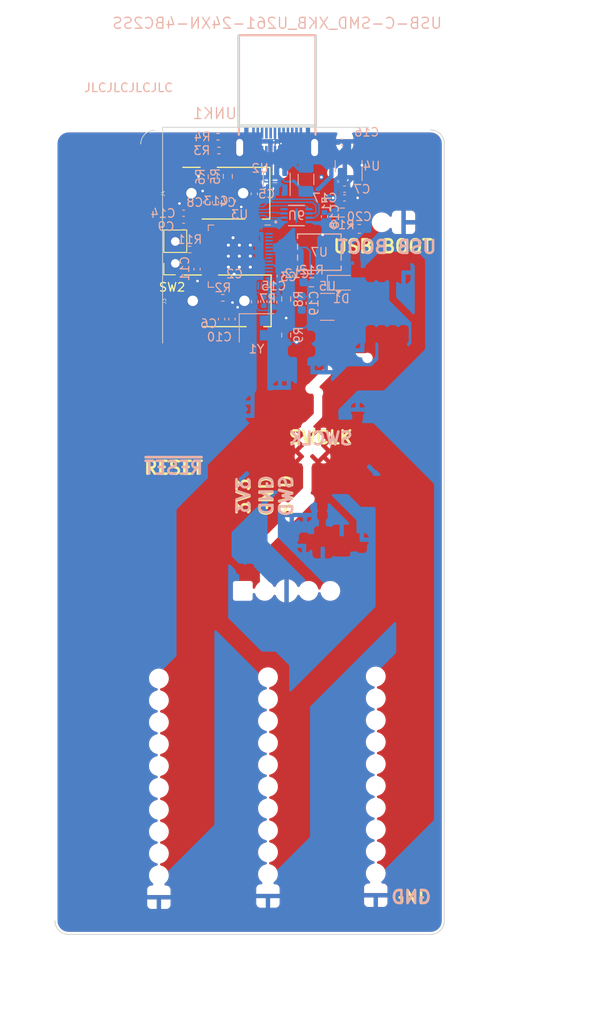
<source format=kicad_pcb>
(kicad_pcb (version 20240108) (generator "pcbnew") (generator_version "8.0")
  (layers (0 "F.Cu" signal) (31 "B.Cu" signal) (34 "B.Paste" user) (35 "F.Paste" user) (36 "B.SilkS" user "B.Silkscreen") (37 "F.SilkS" user "F.Silkscreen") (38 "B.Mask" user) (39 "F.Mask" user) (44 "Edge.Cuts" user))
  (net 0 "")
  (net 1 "+3V3")
  (net 2 "GND")
  (net 3 "XTAL_IN")
  (net 4 "/XTAL_O")
  (net 5 "+1V1")
  (net 6 "+5V")
  (net 7 "VBUS")
  (net 8 "/CC1")
  (net 9 "D_USB_P")
  (net 10 "D_USB_N")
  (net 11 "/CC2")
  (net 12 "~{RESET}")
  (net 13 "SWD")
  (net 14 "SWCLK")
  (net 15 "Net-(D1-K)")
  (net 16 "Net-(D1-A)")
  (net 17 "Net-(J3-Pad2)")
  (net 18 "Net-(J3-Pad3)")
  (net 19 "Net-(J4-Pad3)")
  (net 20 "/MIDI_1_BUF_OUT")
  (net 21 "/MIDI_1_IN")
  (net 24 "/MIDI_1_OUT")
  (net 35 "/~{USB_BOOT}")
  (net 36 "CS")
  (net 37 "D_P")
  (net 38 "/D_+")
  (net 39 "D_N")
  (net 40 "/D_-")
  (net 41 "XTAL_OUT")
  (net 42 "SD1")
  (net 43 "SD2")
  (net 44 "SD0")
  (net 45 "QSPI_CLK")
  (net 46 "SD3")
  (footprint "poma:3.5mm_stereo_jack_PJ320B" (layer "F.Cu") (at 187.45 50.25 90)
    (property "Reference" "J3")
    (property "Value" "PJ-320B" (hide yes))
  )
  (footprint "Connector_PinSocket_2.54mm:PinSocket_1x02_P2.54mm_Vertical" (layer "F.Cu") (at 185.425 45.9 180)
    (property "Reference" "SW2")
    (property "Value" "SW_Push")
  )
  (footprint "poma:3.5mm_stereo_jack_PJ320B" (layer "F.Cu") (at 187.3 37.75 90)
    (property "Reference" "J4")
    (property "Value" "PJ-320B" (hide yes))
  )
  (footprint "poma:W25Q16JVUXIQ" (layer "B.Cu") (at 199.4978 40.35)
    (property "Reference" "U6")
    (property "Value" "W25Q16JVUXIQ TR")
  )
  (footprint "Capacitor_SMD:C_0603_1608Metric_Pad1.08x0.95mm_HandSolder" (layer "B.Cu") (at 206.7875 41.9 180)
    (property "Reference" "C20")
    (property "Value" "0.1uF")
  )
  (footprint "Capacitor_SMD:C_0402_1005Metric" (layer "B.Cu") (at 202.75 40.47 90)
    (property "Reference" "C18")
    (property "Value" "100nF")
  )
  (footprint "Capacitor_SMD:C_0402_1005Metric" (layer "B.Cu") (at 190.09675 38.823518 90)
    (property "Reference" "C4")
    (property "Value" "1uF")
  )
  (footprint "Package_TO_SOT_SMD:SOT-23" (layer "B.Cu") (at 205.55 34.6125 90)
    (property "Reference" "U4")
    (property "Value" "XC6206PxxxMR-Regulator_Linear" (hide yes))
  )
  (footprint "Resistor_SMD:R_0603_1608Metric" (layer "B.Cu") (at 189.7685 35.84975 -90)
    (property "Reference" "R6")
    (property "Value" "27R")
  )
  (footprint "Resistor_SMD:R_0402_1005Metric" (layer "B.Cu") (at 190.39 31.2)
    (property "Reference" "R4")
    (property "Value" "5k1" (hide yes))
  )
  (footprint "Capacitor_SMD:C_0402_1005Metric" (layer "B.Cu") (at 187.95 46.57 -90)
    (property "Reference" "C11")
    (property "Value" "100nF")
  )
  (footprint "Resistor_SMD:R_0603_1608Metric_Pad0.98x0.95mm_HandSolder" (layer "B.Cu") (at 201.2375 48.1 180)
    (property "Reference" "R12")
    (property "Value" "470")
  )
  (footprint "Capacitor_SMD:C_0402_1005Metric" (layer "B.Cu") (at 189.08075 38.823518 90)
    (property "Reference" "C8")
    (property "Value" "1uF")
  )
  (footprint "Capacitor_SMD:C_0402_1005Metric" (layer "B.Cu") (at 205.07425 38.298375 180)
    (property "Reference" "C17")
    (property "Value" "1uF")
  )
  (footprint "Resistor_SMD:R_0603_1608Metric_Pad0.98x0.95mm_HandSolder" (layer "B.Cu") (at 204.8125 40)
    (property "Reference" "R10")
    (property "Value" "220")
  )
  (footprint "Capacitor_SMD:C_0402_1005Metric" (layer "B.Cu") (at 192.05 38.63 90)
    (property "Reference" "C13")
    (property "Value" "100nF")
  )
  (footprint "Package_TO_SOT_SMD:SOT-23-5" (layer "B.Cu") (at 203.0875 50.95 180)
    (property "Reference" "U5")
    (property "Value" "SN74LVC1G07DBVR")
  )
  (footprint "Capacitor_SMD:C_0402_1005Metric" (layer "B.Cu") (at 204.788 31.8185)
    (property "Reference" "C16")
    (property "Value" "1uF")
  )
  (footprint "Capacitor_SMD:C_0402_1005Metric" (layer "B.Cu") (at 192 52.37 -90)
    (property "Reference" "C10")
    (property "Value" "100nF")
  )
  (footprint "Capacitor_SMD:C_0402_1005Metric" (layer "B.Cu") (at 198.7 47.37 -90)
    (property "Reference" "C15")
    (property "Value" "100nF")
  )
  (footprint "Package_TO_SOT_SMD:SOT-23-6" (layer "B.Cu") (at 197.2 36.2375 90)
    (property "Reference" "U2")
    (property "Value" "USBLC6-2SC6")
  )
  (footprint "Capacitor_SMD:C_0402_1005Metric" (layer "B.Cu") (at 190.8 52.37 -90)
    (property "Reference" "C6")
    (property "Value" "100nF")
  )
  (footprint "Resistor_SMD:R_0603_1608Metric" (layer "B.Cu") (at 198.3 54.225 90)
    (property "Reference" "R9")
    (property "Value" "220")
  )
  (footprint "Diode_SMD:D_SOD-323" (layer "B.Cu") (at 204.7 48.15)
    (property "Reference" "D1")
    (property "Value" "1N4148WS")
  )
  (footprint "Fuse:Fuse_1206_3216Metric" (layer "B.Cu") (at 200.6 36.15 -90)
    (property "Reference" "F1")
    (property "Value" "500mA")
  )
  (footprint "Capacitor_SMD:C_0402_1005Metric" (layer "B.Cu") (at 194.6 37.83 90)
    (property "Reference" "C5")
    (property "Value" "100nF")
  )
  (footprint "Resistor_SMD:R_0402_1005Metric" (layer "B.Cu") (at 187.09 44.3 180)
    (property "Reference" "R11")
    (property "Value" "1k")
  )
  (footprint "Resistor_SMD:R_0402_1005Metric" (layer "B.Cu") (at 190.49 32.8)
    (property "Reference" "R3")
    (property "Value" "5k1" (hide yes))
  )
  (footprint "Capacitor_SMD:C_0402_1005Metric" (layer "B.Cu") (at 195.7 50.33 90)
    (property "Reference" "C2")
    (property "Value" "22pF")
  )
  (footprint "Capacitor_SMD:C_0402_1005Metric" (layer "B.Cu") (at 186.3855 41.60175 180)
    (property "Reference" "C9")
    (property "Value" "100nF")
  )
  (footprint "poma:tlp2362" (layer "B.Cu") (at 202.15 44.6 180)
    (property "Reference" "U7")
    (property "Value" "TLP2362TPR_E")
  )
  (footprint "Capacitor_SMD:C_0603_1608Metric" (layer "B.Cu") (at 200.1 50.525 90)
    (property "Reference" "C19")
    (property "Value" "0.1uF")
  )
  (footprint "Capacitor_SMD:C_0402_1005Metric" (layer "B.Cu") (at 205.07425 37.282375)
    (property "Reference" "C7")
    (property "Value" "10uF")
  )
  (footprint "Capacitor_SMD:C_0402_1005Metric" (layer "B.Cu") (at 196.85 50.42 -90)
    (property "Reference" "C3")
    (property "Value" "22pF")
  )
  (footprint "Resistor_SMD:R_0603_1608Metric" (layer "B.Cu") (at 191.5185 35.79975 -90)
    (property "Reference" "R5")
    (property "Value" "27R")
  )
  (footprint "Sleep-Lib:RP2040-QFN-56" (layer "B.Cu") (at 192.8625 45.0625 180)
    (property "Reference" "U3")
    (property "Value" "RP2040")
  )
  (footprint "Resistor_SMD:R_0603_1608Metric_Pad0.98x0.95mm_HandSolder" (layer "B.Cu") (at 198.3 50.0375 90)
    (property "Reference" "R8")
    (property "Value" "220")
  )
  (footprint "Crystal:Crystal_SMD_3225-4Pin_3.2x2.5mm" (layer "B.Cu") (at 194.85 53.4)
    (property "Reference" "Y1")
    (property "Value" "12MHz")
  )
  (footprint "Resistor_SMD:R_0402_1005Metric" (layer "B.Cu") (at 190.94 49.9 180)
    (property "Reference" "R2")
    (property "Value" "1k")
  )
  (footprint "Capacitor_SMD:C_0402_1005Metric" (layer "B.Cu") (at 197.6 47.37 -90)
    (property "Reference" "C12")
    (property "Value" "100nF")
  )
  (footprint "Resistor_SMD:R_0402_1005Metric" (layer "B.Cu") (at 194.65 50.36 90)
    (property "Reference" "R7")
    (property "Value" "1k")
  )
  (footprint "poma:USB-C-SMD_XKB_U261-24XN-4BC2SS" (layer "B.Cu") (at 197.25 31.7305)
    (property "Reference" "UNK1")
    (property "Value" "USB-C-SMD_XKB_U261-24XN-4BC2SS")
    (fp_line (start -4.508 -12.257) (end -4.508 -1.843) (stroke (width 0.254)) (layer "Edge.Cuts"))
    (fp_line (start 4.509 -12.257) (end 4.509 -1.843) (stroke (width 0.254)) (layer "Edge.Cuts"))
    (fp_line (start 4.509 -1.843) (end -4.508 -1.843) (stroke (width 0.254)) (layer "Edge.Cuts"))
  )
  (footprint "Capacitor_SMD:C_0402_1005Metric" (layer "B.Cu") (at 186.3855 40.07775 180)
    (property "Reference" "C14")
    (property "Value" "100nF")
  )
  (gr_line (start 183.95 55.15) (end 183.95 30.15) (stroke (width 0.1)) (layer "Edge.Cuts"))
  (gr_arc (start 216.662 122.2375) (mid 216.197032 123.360032) (end 215.0745 123.825) (stroke (width 0.1)) (layer "Edge.Cuts"))
  (gr_line (start 207.95 30.1) (end 183.95 30.1) (stroke (width 0.1)) (layer "Edge.Cuts"))
  (gr_line (start 216.662 31.988125) (end 216.662 122.2375) (stroke (width 0.1)) (layer "Edge.Cuts"))
  (gr_arc (start 181.410926 32.039099) (mid 181.876346 30.915438) (end 183 30.45) (stroke (width 0.1)) (layer "Edge.Cuts"))
  (gr_arc (start 173.0375 123.825) (mid 171.914968 123.360032) (end 171.45 122.2375) (stroke (width 0.1)) (layer "Edge.Cuts"))
  (gr_arc (start 215.0745 30.400625) (mid 216.197032 30.865593) (end 216.662 31.988125) (stroke (width 0.1)) (layer "Edge.Cuts"))
  (gr_line (start 173.0375 123.825) (end 215.0745 123.825) (stroke (width 0.1)) (layer "Edge.Cuts"))
  (gr_text "SWCLK" (at 202.31525 66.239768 0) (layer "B.SilkS") (effects (font (size 1.5 1.5) (thickness 0.3)) (justify mirror)))
  (gr_text "GND" (at 212.82025 119.491125 0) (layer "B.SilkS") (effects (font (size 1.5 1.5) (thickness 0.3)) (justify mirror)))
  (gr_text "GND" (at 196.02175 72.818518 90) (layer "B.SilkS") (effects (font (size 1.5 1.5) (thickness 0.3)) (justify mirror)))
  (gr_text "3V3" (at 193.35475 72.818518 90) (layer "B.SilkS") (effects (font (size 1.5 1.5) (thickness 0.3)) (justify mirror)))
  (gr_text "SWD" (at 198.30775 72.945518 90) (layer "B.SilkS") (effects (font (size 1.5 1.5) (thickness 0.3)) (justify mirror)))
  (gr_text "USB BOOT" (at 210 44 0) (layer "B.SilkS") (effects (font (size 1.5 1.5) (thickness 0.3)) (justify mirror)))
  (gr_text "JLCJLCJLCJLC" (at 180 25.5 0) (layer "B.SilkS") (effects (font (size 1 1))))
  (gr_text "~{RESET}" (at 185.22675 69.643518 0) (layer "B.SilkS") (effects (font (size 1.5 1.5) (thickness 0.3)) (justify mirror)))
  (gr_text "GND" (at 212.82025 119.491125 0) (layer "F.SilkS") (effects (font (size 1.5 1.5) (thickness 0.3))))
  (gr_text "SWCLK" (at 202.31525 66.112768 0) (layer "F.SilkS") (effects (font (size 1.5 1.5) (thickness 0.3))))
  (gr_text "GND" (at 196.02175 72.945518 90) (layer "F.SilkS") (effects (font (size 1.5 1.5) (thickness 0.3))))
  (gr_text "3V3" (at 193.35475 72.945518 90) (layer "F.SilkS") (effects (font (size 1.5 1.5) (thickness 0.3))))
  (gr_text "~{RESET}" (at 185.22675 69.643518 0) (layer "F.SilkS") (effects (font (size 1.5 1.5) (thickness 0.3))))
  (gr_text "USB BOOT" (at 209.51825 43.926125 0) (layer "F.SilkS") (effects (font (size 1.5 1.5) (thickness 0.3))))
  (gr_text "SWD" (at 198.30775 72.818517 90) (layer "F.SilkS") (effects (font (size 1.5 1.5) (thickness 0.3))))
  (segment (start 203.75 41.363643) (end 203.75 38.3) (width 0.5) (layer "F.Cu") (net 1))
  (segment (start 202.532 42.581643) (end 203.75 41.363643) (width 0.5) (layer "F.Cu") (net 1))
  (via (at 202.532 42.581643) (size 0.6) (drill 0.3) (layers "F.Cu" "B.Cu") (net 1))
  (via (at 203.75 38.3) (size 0.6) (drill 0.3) (layers "F.Cu" "B.Cu") (net 1))
  (via (at 192.6625 51) (size 0.6) (drill 0.3) (layers "F.Cu" "B.Cu") (net 1))
  (segment (start 203.751625 38.298375) (end 203.75 38.3) (width 0.5) (layer "B.Cu") (net 1))
  (segment (start 204.6 35.55) (end 204.6 38.292625) (width 0.5) (layer "B.Cu") (net 1))
  (segment (start 202.75 42.363643) (end 202.532 42.581643) (width 0.2) (layer "B.Cu") (net 1))
  (segment (start 190.6625 41.625) (end 190.2625 41.225) (width 0.2) (layer "B.Cu") (net 1))
  (segment (start 202.15 42.963643) (end 202.532 42.581643) (width 0.5) (layer "B.Cu") (net 1))
  (segment (start 186.8655 40.07775) (end 186.8655 41.60175) (width 0.381) (layer "B.Cu") (net 1))
  (segment (start 192.6625 48.5) (end 192.6625 47.77075) (width 0.2) (layer "B.Cu") (net 1))
  (segment (start 192.2625 41.625) (end 192.2625 42.21875) (width 0.2) (layer "B.Cu") (net 1))
  (segment (start 192.48435 40.7099) (end 192.48435 40.008796) (width 0.5) (layer "B.Cu") (net 1))
  (segment (start 196.83386 46.0625) (end 196.3 46.0625) (width 0.2) (layer "B.Cu") (net 1))
  (segment (start 192.48435 40.7099) (end 192.4815 40.71275) (width 0.2) (layer "B.Cu") (net 1))
  (segment (start 192.05 39.574446) (end 192.05 39.11) (width 0.5) (layer "B.Cu") (net 1))
  (segment (start 202.449999 41.100001) (end 202.5 41.05) (width 0.2) (layer "B.Cu") (net 1))
  (segment (start 192.61 53.176134) (end 192.61 52.5) (width 0.2) (layer "B.Cu") (net 1))
  (segment (start 187.9775 46.0625) (end 189.425 46.0625) (width 0.2) (layer "B.Cu") (net 1))
  (segment (start 189.425 42.4625) (end 190.29425 42.4625) (width 0.2) (layer "B.Cu") (net 1))
  (segment (start 190.2625 41.625) (end 190.2625 40.485268) (width 0.2) (layer "B.Cu") (net 1))
  (segment (start 202.15 48.1) (end 202.15 42.963643) (width 0.5) (layer "B.Cu") (net 1))
  (segment (start 190.6625 42.15075) (end 190.6625 41.625) (width 0.2) (layer "B.Cu") (net 1))
  (segment (start 190.3225 42.49075) (end 190.6625 42.15075) (width 0.2) (layer "B.Cu") (net 1))
  (segment (start 192.356134 53.43) (end 192.61 53.176134) (width 0.2) (layer "B.Cu") (net 1))
  (segment (start 190.443866 53.43) (end 192.356134 53.43) (width 0.2) (layer "B.Cu") (net 1))
  (segment (start 204.59425 38.298375) (end 203.751625 38.298375) (width 0.5) (layer "B.Cu") (net 1))
  (segment (start 192.48435 40.7099) (end 192.393849 40.619399) (width 0.381) (layer "B.Cu") (net 1))
  (segment (start 197.6 46.89) (end 197.6 46.82864) (width 0.2) (layer "B.Cu") (net 1))
  (segment (start 192.6625 41.625) (end 192.6625 42.480768) (width 0.2) (layer "B.Cu") (net 1))
  (segment (start 190.2625 42.42375) (end 190.1955 42.49075) (width 0.2) (layer "B.Cu") (net 1))
  (segment (start 187.1605 41.60175) (end 186.8655 41.60175) (width 0.381) (layer "B.Cu") (net 1))
  (segment (start 190.19 53.176134) (end 190.443866 53.43) (width 0.2) (layer "B.Cu") (net 1))
  (segment (start 207.65 41.9) (end 206.875 42.675) (width 0.2) (layer "B.Cu") (net 1))
  (segment (start 200.9456 41.100001) (end 202.449999 41.100001) (width 0.2) (layer "B.Cu") (net 1))
  (segment (start 192.48435 40.008796) (end 192.05 39.574446) (width 0.5) (layer "B.Cu") (net 1))
  (segment (start 197.6 46.82864) (end 196.83386 46.0625) (width 0.2) (layer "B.Cu") (net 1))
  (segment (start 189.425 42.4625) (end 188.02125 42.4625) (width 0.2) (layer "B.Cu") (net 1))
  (segment (start 190.2625 41.625) (end 190.2625 42.42375) (width 0.2) (layer "B.Cu") (net 1))
  (segment (start 189.425 46.0625) (end 190.30675 46.0625) (width 0.2) (layer "B.Cu") (net 1))
  (segment (start 196.3 46.0625) (end 195.54525 46.0625) (width 0.2) (layer "B.Cu") (net 1))
  (segment (start 192.6625 40.89375) (end 192.6625 41.625) (width 0.2) (layer "B.Cu") (net 1))
  (segment (start 192.6625 51) (end 191.9735 51.689) (width 0.5) (layer "B.Cu") (net 1))
  (segment (start 192.6625 51) (end 192.6625 48.5) (width 0.2) (layer "B.Cu") (net 1))
  (segment (start 188.02125 42.4625) (end 187.1605 41.60175) (width 0.2) (layer "B.Cu") (net 1))
  (segment (start 192.6625 42.480768) (end 192.63675 42.506518) (width 0.2) (layer "B.Cu") (net 1))
  (segment (start 192.4815 40.71275) (end 192.6625 40.89375) (width 0.2) (layer "B.Cu") (net 1))
  (segment (start 202.75 40.95) (end 202.75 42.363643) (width 0.2) (layer "B.Cu") (net 1))
  (segment (start 192.61 52.5) (end 192 51.89) (width 0.2) (layer "B.Cu") (net 1))
  (segment (start 195.54525 46.0625) (end 195.5295 46.04675) (width 0.2) (layer "B.Cu") (net 1))
  (segment (start 187.95 46.09) (end 187.9775 46.0625) (width 0.2) (layer "B.Cu") (net 1))
  (segment (start 202.625357 42.675) (end 202.532 42.581643) (width 0.2) (layer "B.Cu") (net 1))
  (segment (start 190.19 51.16) (end 190.19 53.176134) (width 0.2) (layer "B.Cu") (net 1))
  (segment (start 189.08075 39.303518) (end 187.03525 39.303518) (width 0.5) (layer "B.Cu") (net 1))
  (segment (start 190.2625 40.485268) (end 189.08075 39.303518) (width 0.2) (layer "B.Cu") (net 1))
  (segment (start 197.6 46.89) (end 198.7 46.89) (width 0.5) (layer "B.Cu") (net 1))
  (segment (start 206.875 42.675) (end 202.625357 42.675) (width 0.2) (layer "B.Cu") (net 1))
  (segment (start 192.2625 41.625) (end 192.2625 40.93175) (width 0.2) (layer "B.Cu") (net 1))
  (segment (start 191.45 49.9) (end 190.19 51.16) (width 0.2) (layer "B.Cu") (net 1))
  (segment (start 190.29425 42.4625) (end 190.3225 42.49075) (width 0.2) (layer "B.Cu") (net 1))
  (segment (start 204.6 38.292625) (end 204.59425 38.298375) (width 0.5) (layer "B.Cu") (net 1))
  (segment (start 192.2625 40.93175) (end 192.4815 40.71275) (width 0.2) (layer "B.Cu") (net 1))
  (segment (start 191.5875 43.7875) (end 194.1375 43.7875) (width 0.635) (layer "F.Cu") (net 2))
  (segment (start 191.5875 46.3375) (end 191.5875 43.7875) (width 0.635) (layer "F.Cu") (net 2))
  (segment (start 194.1375 46.3375) (end 194.1375 43.7875) (width 0.635) (layer "F.Cu") (net 2))
  (segment (start 191.8875 46.0375) (end 191.5875 46.3375) (width 0.635) (layer "F.Cu") (net 2))
  (segment (start 191.5875 45.0625) (end 194.1375 45.0625) (width 0.635) (layer "F.Cu") (net 2))
  (segment (start 194.1375 46.3375) (end 193.8375 46.0375) (width 0.635) (layer "F.Cu") (net 2))
  (segment (start 192.8625 43.7875) (end 192.8625 46.3375) (width 0.635) (layer "F.Cu") (net 2))
  (segment (start 193.8375 46.0375) (end 191.8875 46.0375) (width 0.635) (layer "F.Cu") (net 2))
  (via (at 188 47.95) (size 0.6) (drill 0.3) (layers "F.Cu" "B.Cu") (net 2))
  (via (at 188.6 37.5) (size 0.6) (drill 0.3) (layers "F.Cu" "B.Cu") (net 2))
  (via (at 185.90575 38.950518) (size 0.6) (drill 0.3) (layers "F.Cu" "B.Cu") (net 2))
  (via (at 207.09325 34.504625) (size 0.6) (drill 0.3) (layers "F.Cu" "B.Cu") (net 2))
  (via (at 202.3875 35.893) (size 0.6) (drill 0.3) (layers "F.Cu" "B.Cu") (net 2))
  (via (at 206.59825 38.298375) (size 0.6) (drill 0.3) (layers "F.Cu" "B.Cu") (net 2))
  (via (at 188.1185 35.82475) (size 0.6) (drill 0.3) (layers "F.Cu" "B.Cu") (net 2))
  (segment (start 205.55425 37.282375) (end 205.55425 36.49575) (width 0.381) (layer "B.Cu") (net 2))
  (segment (start 185.9055 40.07775) (end 185.9055 41.60175) (width 0.381) (layer "B.Cu") (net 2))
  (segment (start 190.09675 38.343518) (end 188.987268 38.343518) (width 0.5) (layer "B.Cu") (net 2))
  (segment (start 189.08075 38.343518) (end 188.987268 38.343518) (width 0.2) (layer "B.Cu") (net 2))
  (segment (start 188.987268 38.343518) (end 188.6 37.95625) (width 0.5) (layer "B.Cu") (net 2))
  (segment (start 205.55425 38.298375) (end 206.59825 38.298375) (width 0.381) (layer "B.Cu") (net 2))
  (segment (start 188.6 37.95625) (end 188.6 37.5) (width 0.5) (layer "B.Cu") (net 2))
  (segment (start 205.55425 36.49575) (end 206.5 35.55) (width 0.381) (layer "B.Cu") (net 2))
  (segment (start 188 47.1) (end 187.95 47.05) (width 0.2) (layer "B.Cu") (net 2))
  (segment (start 196.9705 37.586393) (end 197.3505 37.586393) (width 0.15) (layer "B.Cu") (net 2))
  (segment (start 185.90575 38.950518) (end 185.90575 40.0775) (width 0.381) (layer "B.Cu") (net 2))
  (segment (start 188 47.95) (end 188 47.1) (width 0.2) (layer "B.Cu") (net 2))
  (segment (start 195.1 49.3) (end 195.7 49.9) (width 0.1) (layer "B.Cu") (net 3))
  (segment (start 197.435 49.62422) (end 197.16078 49.35) (width 0.15) (layer "B.Cu") (net 3))
  (segment (start 197.435 52.765) (end 197.435 49.62422) (width 0.15) (layer "B.Cu") (net 3))
  (segment (start 193.79935 49.3) (end 195.1 49.3) (width 0.1) (layer "B.Cu") (net 3))
  (segment (start 195.95 54.25) (end 197.435 52.765) (width 0.15) (layer "B.Cu") (net 3))
  (segment (start 196.2 49.35) (end 195.7 49.85) (width 0.15) (layer "B.Cu") (net 3))
  (segment (start 193.4625 48.5) (end 193.4625 48.96315) (width 0.1) (layer "B.Cu") (net 3))
  (segment (start 197.16078 49.35) (end 196.2 49.35) (width 0.15) (layer "B.Cu") (net 3))
  (segment (start 193.4625 48.96315) (end 193.79935 49.3) (width 0.1) (layer "B.Cu") (net 3))
  (segment (start 196.385 51.365) (end 196.85 50.9) (width 0.15) (layer "B.Cu") (net 4))
  (segment (start 194.65 50.87) (end 195.145 51.365) (width 0.15) (layer "B.Cu") (net 4))
  (segment (start 195.145 51.365) (end 196.385 51.365) (width 0.15) (layer "B.Cu") (net 4))
  (segment (start 194.65 50.87) (end 194.65 51.65) (width 0.15) (layer "B.Cu") (net 4))
  (segment (start 194.65 51.65) (end 193.75 52.55) (width 0.15) (layer "B.Cu") (net 4))
  (segment (start 192.25575 50.257064) (end 192.25575 47.162) (width 0.381) (layer "F.Cu") (net 5))
  (segment (start 193.084349 39.347901) (end 193.084349 41.969151) (width 0.381) (layer "F.Cu") (net 5))
  (segment (start 193.084349 41.969151) (end 192.12875 42.92475) (width 0.381) (layer "F.Cu") (net 5))
  (segment (start 192.0625 50.450314) (end 192.25575 50.257064) (width 0.381) (layer "F.Cu") (net 5))
  (via (at 192.12875 42.92475) (size 0.6) (drill 0.35) (layers "F.Cu" "B.Cu") (net 5))
  (via (at 193.084349 39.347901) (size 0.6) (drill 0.3) (layers "F.Cu" "B.Cu") (net 5))
  (via (at 192.0625 50.450314) (size 0.6) (drill 0.3) (layers "F.Cu" "B.Cu") (net 5))
  (via (at 192.25575 47.162) (size 0.6) (drill 0.35) (layers "F.Cu" "B.Cu") (net 5))
  (segment (start 190.8 51.712814) (end 192.0625 50.450314) (width 0.2) (layer "B.Cu") (net 5))
  (segment (start 192.2625 50.06275) (end 192.2625 48.5) (width 0.2) (layer "B.Cu") (net 5))
  (segment (start 193.084349 39.347901) (end 194.12225 38.31) (width 0.2) (layer "B.Cu") (net 5))
  (segment (start 191.0625 41.625) (end 191.0625 42.46875) (width 0.2) (layer "B.Cu") (net 5))
  (segment (start 190.8 51.89) (end 190.8 51.712814) (width 0.2) (layer "B.Cu") (net 5))
  (segment (start 190.2 39.857082) (end 190.2 39.406768) (width 0.2) (layer "B.Cu") (net 5))
  (segment (start 191.0625 40.719582) (end 190.2 39.857082) (width 0.2) (layer "B.Cu") (net 5))
  (segment (start 190.2 39.406768) (end 190.09675 39.303518) (width 0.2) (layer "B.Cu") (net 5))
  (segment (start 192.12875 42.92475) (end 192.200537 42.996537) (width 0.381) (layer "B.Cu") (net 5))
  (segment (start 191.0625 41.625) (end 191.0625 40.719582) (width 0.2) (layer "B.Cu") (net 5))
  (segment (start 191.0625 42.46875) (end 191.2115 42.61775) (width 0.2) (layer "B.Cu") (net 5))
  (segment (start 193.084349 39.347901) (end 193.0625 39.36975) (width 0.2) (layer "B.Cu") (net 5))
  (segment (start 194.12225 38.31) (end 194.6 38.31) (width 0.2) (layer "B.Cu") (net 5))
  (segment (start 193.0625 39.36975) (end 193.0625 41.625) (width 0.2) (layer "B.Cu") (net 5))
  (segment (start 197.2 35.453052) (end 198.159448 36.4125) (width 0.2) (layer "B.Cu") (net 6))
  (segment (start 203.55 35.791161) (end 203.55 34.1005) (width 0.5) (layer "B.Cu") (net 6))
  (segment (start 197.2 35.1) (end 197.2 35.453052) (width 0.2) (layer "B.Cu") (net 6))
  (segment (start 198.3 49.125) (end 198.4 49.125) (width 0.2) (layer "B.Cu") (net 6))
  (segment (start 205.55 32.1005) (end 205.268 31.8185) (width 0.6) (layer "B.Cu") (net 6))
  (segment (start 201.94192 37.28308) (end 202.058081 37.28308) (width 0.5) (layer "B.Cu") (net 6))
  (segment (start 202.058081 37.28308) (end 203.55 35.791161) (width 0.5) (layer "B.Cu") (net 6))
  (segment (start 199.025 49.75) (end 200.25 49.75) (width 0.2) (layer "B.Cu") (net 6))
  (segment (start 202 49.75) (end 202.25 50) (width 0.2) (layer "B.Cu") (net 6))
  (segment (start 198.4 49.125) (end 199.025 49.75) (width 0.2) (layer "B.Cu") (net 6))
  (segment (start 199.2625 36.4125) (end 199.325 36.475) (width 0.2) (layer "B.Cu") (net 6))
  (segment (start 200.6 37.75) (end 201.475 37.75) (width 0.5) (layer "B.Cu") (net 6))
  (segment (start 203.55 34.1005) (end 205.268 32.3825) (width 0.5) (layer "B.Cu") (net 6))
  (segment (start 198.159448 36.4125) (end 199.2625 36.4125) (width 0.2) (layer "B.Cu") (net 6))
  (segment (start 205.268 32.3825) (end 205.268 31.8185) (width 0.5) (layer "B.Cu") (net 6))
  (segment (start 205.55 33.675) (end 205.55 32.1005) (width 0.6) (layer "B.Cu") (net 6))
  (segment (start 200.25 49.75) (end 202 49.75) (width 0.2) (layer "B.Cu") (net 6))
  (segment (start 199.172 36.322) (end 200.6 37.75) (width 0.381) (layer "B.Cu") (net 6))
  (segment (start 200.1155 34.95) (end 200.6 34.95) (width 0.254) (layer "B.Cu") (net 7))
  (segment (start 198.5005 33.461) (end 198.5 33.4605) (width 0.254) (layer "B.Cu") (net 7))
  (segment (start 200.6 34.95) (end 199.725 34.95) (width 0.381) (layer "B.Cu") (net 7))
  (segment (start 198.5 33.4605) (end 198.5 32.6855) (width 0.254) (layer "B.Cu") (net 7))
  (segment (start 198.5 30.7755) (end 198.5 32.6855) (width 0.254) (layer "B.Cu") (net 7))
  (segment (start 198.5005 33.7255) (end 198.5005 33.461) (width 0.381) (layer "B.Cu") (net 7))
  (segment (start 199.725 34.95) (end 198.5005 33.7255) (width 0.381) (layer "B.Cu") (net 7))
  (segment (start 196.862342 31.648055) (end 197.351511 31.648055) (width 0.125) (layer "F.Cu") (net 9))
  (segment (start 197.351511 31.648055) (end 197.695308 31.991852) (width 0.125) (layer "F.Cu") (net 9))
  (segment (start 197.695308 31.991852) (end 197.63716 32.05) (width 0.125) (layer "F.Cu") (net 9))
  (segment (start 196.862342 31.712342) (end 196.862342 31.648055) (width 0.125) (layer "F.Cu") (net 9))
  (via (at 197.695308 31.991852) (size 0.3) (drill 0.18) (layers "F.Cu" "B.Cu") (net 9))
  (via (at 196.862342 31.648055) (size 0.3) (drill 0.18) (layers "F.Cu" "B.Cu") (net 9))
  (segment (start 197.827 34.376475) (end 197.827 34.777) (width 0.254) (layer "B.Cu") (net 9))
  (segment (start 196.862342 31.648055) (end 197 31.510397) (width 0.17) (layer "B.Cu") (net 9))
  (segment (start 197.502 32.6875) (end 197.502 34.051475) (width 0.254) (layer "B.Cu") (net 9))
  (segment (start 197 31.510397) (end 197 30.7755) (width 0.17) (layer "B.Cu") (net 9))
  (segment (start 197.5 32.6855) (end 197.502 32.6875) (width 0.254) (layer "B.Cu") (net 9))
  (segment (start 197.695308 31.991852) (end 197.5 32.18716) (width 0.125) (layer "B.Cu") (net 9))
  (segment (start 197.5 32.6855) (end 197.5 32.9605) (width 0.14) (layer "B.Cu") (net 9))
  (segment (start 197.5 32.9605) (end 197.42 33.0405) (width 0.14) (layer "B.Cu") (net 9))
  (segment (start 197.502 34.051475) (end 197.827 34.376475) (width 0.254) (layer "B.Cu") (net 9))
  (segment (start 197.827 34.777) (end 198.15 35.1) (width 0.254) (layer "B.Cu") (net 9))
  (segment (start 197.45 32.7355) (end 197.5 32.6855) (width 0.17) (layer "B.Cu") (net 9))
  (segment (start 197.5 32.18716) (end 197.5 32.6855) (width 0.125) (layer "B.Cu") (net 9))
  (segment (start 197.5 31.593761) (end 197.5 30.7755) (width 0.125) (layer "B.Cu") (net 10))
  (segment (start 197 32.093761) (end 197.5 31.593761) (width 0.125) (layer "B.Cu") (net 10))
  (segment (start 196.573 34.385764) (end 196.573 34.777) (width 0.254) (layer "B.Cu") (net 10))
  (segment (start 196.948 34.010764) (end 196.573 34.385764) (width 0.254) (layer "B.Cu") (net 10))
  (segment (start 197 32.6855) (end 196.998 32.6875) (width 0.254) (layer "B.Cu") (net 10))
  (segment (start 196.998 33.858604) (end 196.948 33.908604) (width 0.254) (layer "B.Cu") (net 10))
  (segment (start 197 32.6855) (end 197 32.093761) (width 0.125) (layer "B.Cu") (net 10))
  (segment (start 197 32.9605) (end 197.08 33.0405) (width 0.14) (layer "B.Cu") (net 10))
  (segment (start 196.948 33.908604) (end 196.948 34.010764) (width 0.254) (layer "B.Cu") (net 10))
  (segment (start 196.998 32.6875) (end 196.998 33.858604) (width 0.254) (layer "B.Cu") (net 10))
  (segment (start 197 32.6855) (end 197 32.9605) (width 0.14) (layer "B.Cu") (net 10))
  (segment (start 196.573 34.777) (end 196.25 35.1) (width 0.254) (layer "B.Cu") (net 10))
  (segment (start 191.0625 49.2675) (end 191.0625 48.5) (width 0.2) (layer "B.Cu") (net 12))
  (segment (start 190.43 49.9) (end 191.0625 49.2675) (width 0.2) (layer "B.Cu") (net 12))
  (segment (start 205.5917 43.33) (end 203.65 45.2717) (width 0.2) (layer "B.Cu") (net 15))
  (segment (start 203.65 45.2717) (end 203.65 48.15) (width 0.2) (layer "B.Cu") (net 15))
  (segment (start 205.75 46.0283) (end 205.5917 45.87) (width 0.2) (layer "B.Cu") (net 16))
  (segment (start 205.75 48.15) (end 205.75 46.0283) (width 0.2) (layer "B.Cu") (net 16))
  (segment (start 199.5 55.05) (end 198.45 54) (width 0.2) (layer "F.Cu") (net 17))
  (segment (start 198.45 54) (end 194.65 54) (width 0.2) (layer "F.Cu") (net 17))
  (via (at 199.5 55.05) (size 0.6) (drill 0.3) (layers "F.Cu" "B.Cu") (net 17))
  (segment (start 198.3 55.05) (end 199.5 55.05) (width 0.125) (layer "B.Cu") (net 17))
  (segment (start 198.3 52.25) (end 198 51.95) (width 0.2) (layer "F.Cu") (net 18))
  (segment (start 198 51.95) (end 192.713657 51.95) (width 0.2) (layer "F.Cu") (net 18))
  (segment (start 192.713657 51.95) (end 189.45 48.686343) (width 0.2) (layer "F.Cu") (net 18))
  (segment (start 189.45 48.686343) (end 189.45 46.5) (width 0.2) (layer "F.Cu") (net 18))
  (via (at 198.3 52.25) (size 0.6) (drill 0.3) (layers "F.Cu" "B.Cu") (net 18))
  (segment (start 198.3 50.95) (end 198.3 52.25) (width 0.2) (layer "B.Cu") (net 18))
  (segment (start 200.45 53.4) (end 201.95 51.9) (width 0.2) (layer "B.Cu") (net 20))
  (segment (start 198.3 53.4) (end 199.1 53.4) (width 0.125) (layer "B.Cu") (net 20))
  (segment (start 198.3 53.4) (end 200.45 53.4) (width 0.2) (layer "B.Cu") (net 20))
  (segment (start 198.4458 44.8625) (end 198.7083 44.6) (width 0.125) (layer "B.Cu") (net 21))
  (segment (start 196.3 44.8625) (end 198.4458 44.8625) (width 0.125) (layer "B.Cu") (net 21))
  (segment (start 198.7083 44.6) (end 200.325 46.2167) (width 0.2) (layer "B.Cu") (net 21))
  (segment (start 200.325 46.2167) (end 200.325 48.1) (width 0.2) (layer "B.Cu") (net 21))
  (segment (start 200.648654 44.05) (end 201.075 44.476346) (width 0.2) (layer "B.Cu") (net 24))
  (segment (start 197.8455 44.05) (end 200.648654 44.05) (width 0.2) (layer "B.Cu") (net 24))
  (segment (start 203.2625 49.8625) (end 203.2625 50.340552) (width 0.2) (layer "B.Cu") (net 24))
  (segment (start 202.75 49.35) (end 203.2625 49.8625) (width 0.2) (layer "B.Cu") (net 24))
  (segment (start 202.145778 49.35) (end 202.75 49.35) (width 0.2) (layer "B.Cu") (net 24))
  (segment (start 201.075 47.275) (end 201.25 47.45) (width 0.2) (layer "B.Cu") (net 24))
  (segment (start 201.25 48.454222) (end 202.145778 49.35) (width 0.2) (layer "B.Cu") (net 24))
  (segment (start 203.2625 50.340552) (end 203.871948 50.95) (width 0.2) (layer "B.Cu") (net 24))
  (segment (start 196.3 44.4625) (end 197.433 44.4625) (width 0.2) (layer "B.Cu") (net 24))
  (segment (start 203.871948 50.95) (end 204.225 50.95) (width 0.2) (layer "B.Cu") (net 24))
  (segment (start 197.433 44.4625) (end 197.8455 44.05) (width 0.2) (layer "B.Cu") (net 24))
  (segment (start 201.25 47.45) (end 201.25 48.454222) (width 0.2) (layer "B.Cu") (net 24))
  (segment (start 201.075 44.476346) (end 201.075 47.275) (width 0.2) (layer "B.Cu") (net 24))
  (segment (start 195.4625 40.806393) (end 195.4625 40.727798) (width 0.2) (layer "B.Cu") (net 36))
  (segment (start 195.4625 41.625) (end 195.4625 40.806393) (width 0.2) (layer "B.Cu") (net 36))
  (segment (start 195.4625 41.625) (end 195.987499 41.100001) (width 0.125) (layer "B.Cu") (net 36))
  (segment (start 195.987499 41.100001) (end 198.05 41.100001) (width 0.125) (layer "B.Cu") (net 36))
  (segment (start 197.540552 36.4125) (end 198.15 37.021948) (width 0.2) (layer "B.Cu") (net 37))
  (segment (start 194.37475 34.97475) (end 195.8125 36.4125) (width 0.2) (layer "B.Cu") (net 37))
  (segment (start 198.15 37.021948) (end 198.15 37.375) (width 0.2) (layer "B.Cu") (net 37))
  (segment (start 191.5185 34.97475) (end 194.37475 34.97475) (width 0.2) (layer "B.Cu") (net 37))
  (segment (start 197.86 37.715) (end 197.86 38.025628) (width 0.14) (layer "B.Cu") (net 37))
  (segment (start 198.2 37.375) (end 197.86 37.715) (width 0.14) (layer "B.Cu") (net 37))
  (segment (start 195.8125 36.4125) (end 197.540552 36.4125) (width 0.2) (layer "B.Cu") (net 37))
  (segment (start 191.23773 39.578178) (end 191.704776 40.045224) (width 0.254) (layer "B.Cu") (net 38))
  (segment (start 190.8705 37.27275) (end 190.8705 37.430214) (width 0.254) (layer "B.Cu") (net 38))
  (segment (start 191.8625 40.202948) (end 191.704776 40.045224) (width 0.1) (layer "B.Cu") (net 38))
  (segment (start 191.704776 40.045224) (end 191.704512 40.04496) (width 0.254) (layer "B.Cu") (net 38))
  (segment (start 191.5185 36.62475) (end 190.8705 37.27275) (width 0.254) (layer "B.Cu") (net 38))
  (segment (start 191.8625 41.625) (end 191.8625 40.202948) (width 0.1) (layer "B.Cu") (net 38))
  (segment (start 190.8705 37.430214) (end 191.23773 37.797444) (width 0.254) (layer "B.Cu") (net 38))
  (segment (start 191.23773 37.797444) (end 191.23773 39.578178) (width 0.254) (layer "B.Cu") (net 38))
  (segment (start 191.8625 41.625) (end 191.86202 41.62452) (width 0.2) (layer "B.Cu") (net 38))
  (segment (start 196.2755 37.256197) (end 196.575304 36.956393) (width 0.15) (layer "B.Cu") (net 39))
  (segment (start 196.2755 37.786419) (end 196.2755 37.256197) (width 0.15) (layer "B.Cu") (net 39))
  (segment (start 195.55 37.075) (end 194.39975 35.92475) (width 0.2) (layer "B.Cu") (net 39))
  (segment (start 190.6685 35.92475) (end 189.7685 35.02475) (width 0.2) (layer "B.Cu") (net 39))
  (segment (start 195.55 37.075) (end 195.95 37.075) (width 0.2) (layer "B.Cu") (net 39))
  (segment (start 194.39975 35.92475) (end 190.6685 35.92475) (width 0.2) (layer "B.Cu") (net 39))
  (segment (start 195.95 37.075) (end 196.25 37.375) (width 0.2) (layer "B.Cu") (net 39))
  (segment (start 190.73375 38.0062) (end 190.73375 39.640836) (width 0.254) (layer "B.Cu") (net 40))
  (segment (start 191.4625 40.515712) (end 191.34813 40.401342) (width 0.1) (layer "B.Cu") (net 40))
  (segment (start 190.3665 37.63895) (end 190.73375 38.0062) (width 0.254) (layer "B.Cu") (net 40))
  (segment (start 191.4625 41.625) (end 191.4625 40.515712) (width 0.1) (layer "B.Cu") (net 40))
  (segment (start 190.3665 37.27275) (end 190.3665 37.63895) (width 0.254) (layer "B.Cu") (net 40))
  (segment (start 191.348394 40.401606) (end 191.34813 40.401342) (width 0.254) (layer "B.Cu") (net 40))
  (segment (start 190.73375 39.640836) (end 190.660687 39.713899) (width 0.254) (layer "B.Cu") (net 40))
  (segment (start 189.7685 36.67475) (end 190.3665 37.27275) (width 0.254) (layer "B.Cu") (net 40))
  (segment (start 190.660687 39.713899) (end 191.348394 40.401606) (width 0.254) (layer "B.Cu") (net 40))
  (segment (start 193.669908 49.6125) (end 194.4125 49.6125) (width 0.125) (layer "B.Cu") (net 41))
  (segment (start 194.4125 49.6125) (end 194.65 49.85) (width 0.125) (layer "B.Cu") (net 41))
  (segment (start 193.0625 48.5) (end 193.0625 49.005092) (width 0.125) (layer "B.Cu") (net 41))
  (segment (start 193.0625 49.005092) (end 193.669908 49.6125) (width 0.125) (layer "B.Cu") (net 41))
  (segment (start 196.1 40.6) (end 198.05 40.6) (width 0.125) (layer "B.Cu") (net 42))
  (segment (start 195.0625 40.562792) (end 195.272494 40.352798) (width 0.15) (layer "B.Cu") (net 42))
  (segment (start 195.0625 41.625) (end 195.0625 40.562792) (width 0.2) (layer "B.Cu") (net 42))
  (segment (start 195.852798 40.352798) (end 196.1 40.6) (width 0.125) (layer "B.Cu") (net 42))
  (segment (start 195.272494 40.352798) (end 195.852798 40.352798) (width 0.15) (layer "B.Cu") (net 42))
  (segment (start 194.6625 41.625) (end 194.6625 40.397786) (width 0.2) (layer "B.Cu") (net 43))
  (segment (start 197.347202 40.002798) (end 197.444404 40.1) (width 0.125) (layer "B.Cu") (net 43))
  (segment (start 197.444404 40.1) (end 198.05 40.1) (width 0.125) (layer "B.Cu") (net 43))
  (segment (start 195.997772 40.002798) (end 197.347202 40.002798) (width 0.125) (layer "B.Cu") (net 43))
  (segment (start 194.6625 40.397786) (end 195.057488 40.002798) (width 0.15) (layer "B.Cu") (net 43))
  (segment (start 195.057488 40.002798) (end 195.997772 40.002798) (width 0.15) (layer "B.Cu") (net 43))
  (segment (start 194.2625 41.625) (end 194.2625 40.23278) (width 0.2) (layer "B.Cu") (net 44))
  (segment (start 196.585045 39.210499) (end 200.5561 39.210499) (width 0.125) (layer "B.Cu") (net 44))
  (segment (start 200.5561 39.210499) (end 200.9456 39.599999) (width 0.125) (layer "B.Cu") (net 44))
  (segment (start 194.842482 39.652798) (end 196.142746 39.652798) (width 0.15) (layer "B.Cu") (net 44))
  (segment (start 194.2625 40.23278) (end 194.842482 39.652798) (width 0.15) (layer "B.Cu") (net 44))
  (segment (start 194.2625 40.23278) (end 194.274113 40.23278) (width 0.15) (layer "B.Cu") (net 44))
  (segment (start 196.142746 39.652798) (end 196.585045 39.210499) (width 0.125) (layer "B.Cu") (net 44))
  (segment (start 201.35 38.8) (end 201.75 39.2) (width 0.15) (layer "B.Cu") (net 45))
  (segment (start 201.6 40.1) (end 200.9456 40.1) (width 0.15) (layer "B.Cu") (net 45))
  (segment (start 195.647202 39.302798) (end 196.15 38.8) (width 0.15) (layer "B.Cu") (net 45))
  (segment (start 193.8625 40.10245) (end 194.662152 39.302798) (width 0.15) (layer "B.Cu") (net 45))
  (segment (start 200.5 40.1) (end 200.9456 40.1) (width 0.15) (layer "B.Cu") (net 45))
  (segment (start 196.15 38.8) (end 201.35 38.8) (width 0.15) (layer "B.Cu") (net 45))
  (segment (start 201.75 39.95) (end 201.6 40.1) (width 0.15) (layer "B.Cu") (net 45))
  (segment (start 201.75 39.2) (end 201.75 39.95) (width 0.15) (layer "B.Cu") (net 45))
  (segment (start 193.8625 41.625) (end 193.8625 40.10245) (width 0.15) (layer "B.Cu") (net 45))
  (segment (start 194.662152 39.302798) (end 195.647202 39.302798) (width 0.15) (layer "B.Cu") (net 45))
  (segment (start 193.4625 39.782923) (end 194.380423 38.865) (width 0.15) (layer "B.Cu") (net 46))
  (segment (start 194.94578 38.865) (end 195.36078 38.45) (width 0.15) (layer "B.Cu") (net 46))
  (segment (start 201.598001 40.6) (end 200.9456 40.6) (width 0.15) (layer "B.Cu") (net 46))
  (segment (start 201.494974 38.45) (end 202.1 39.055026) (width 0.15) (layer "B.Cu") (net 46))
  (segment (start 194.380423 38.865) (end 194.94578 38.865) (width 0.15) (layer "B.Cu") (net 46))
  (segment (start 202.1 39.055026) (end 202.1 40.098001) (width 0.15) (layer "B.Cu") (net 46))
  (segment (start 195.36078 38.45) (end 201.494974 38.45) (width 0.15) (layer "B.Cu") (net 46))
  (segment (start 193.4625 41.625) (end 193.4625 39.782923) (width 0.15) (layer "B.Cu") (net 46))
  (segment (start 202.1 40.098001) (end 201.598001 40.6) (width 0.15) (layer "B.Cu") (net 46))
  (zone (net 2) (net_name "GND") (layers "F&B.Cu") (connect_pads (clearance 0.3)) (min_thickness 0.3) (fill yes (thermal_gap 0.508) (thermal_bridge_width 0.508))
    (polygon (pts (xy 233.934 134.125625) (xy 165.06825 134.125625) (xy 165.06825 15.319375) (xy 233.934 15.319375)))
  )
  (zone (net 5) (net_name "+1V1") (layer "B.Cu") (priority 2) (connect_pads yes (clearance 0.15)) (min_thickness 0.15) (fill yes (thermal_gap 0.508) (thermal_bridge_width 0.508))
    (polygon (pts (xy 190.8685 43.22475) (xy 194.4685 43.22475) (xy 194.4685 46.62475) (xy 191.8685 46.62475) (xy 191.8685 47.42475) (xy 192.6685 47.42475) (xy 192.6685 47.22475) (xy 195.0685 47.22475) (xy 195.0685 42.82475) (xy 192.2685 42.82475) (xy 192.2685 42.62475) (xy 191.8685 42.62475) (xy 191.8685 42.22475) (xy 190.8685 42.22475)))
  )
  (zone (net 1) (net_name "+3V3") (layer "B.Cu") (name "3v3") (priority 1) (connect_pads yes (clearance 0.15)) (min_thickness 0.15) (fill yes (thermal_gap 0.508) (thermal_bridge_width 0.508))
    (polygon (pts (xy 186.4455 38.966393) (xy 186.41375 42.633518) (xy 190.09675 42.633518) (xy 190.0685 47.82475) (xy 195.6685 47.82475) (xy 195.6685 42.22475) (xy 192.8685 42.22475) (xy 192.20049 42.109428) (xy 189.33475 38.950518)))
  )
)
</source>
